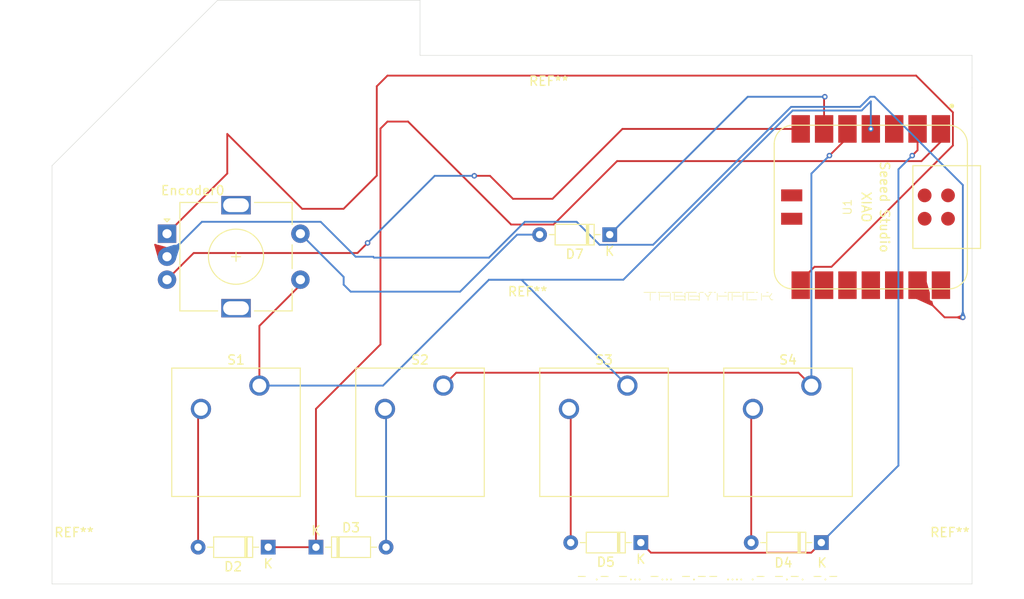
<source format=kicad_pcb>
(kicad_pcb (version 20240108) (generator "pcbnew") (generator_version "8.0")
  (layers (0 "F.Cu" signal) (31 "B.Cu" signal) (34 "B.Paste" user) (35 "F.Paste" user) (36 "B.SilkS" user "B.Silkscreen") (37 "F.SilkS" user "F.Silkscreen") (38 "B.Mask" user) (39 "F.Mask" user) (44 "Edge.Cuts" user))
  (net 0 "")
  (net 1 "R1")
  (net 2 "C0")
  (net 3 "Net-(D2-A)")
  (net 4 "C1")
  (net 5 "C2")
  (net 6 "Net-(D3-A)")
  (net 7 "Net-(D5-A)")
  (net 8 "Net-(D4-A)")
  (net 12 "R0")
  (net 13 "Net-(D7-A)")
  (net 15 "R2")
  (net 23 "CG0")
  (net 24 "A")
  (net 25 "B")
  (footprint "MountingHole:MountingHole_2.1mm" (layer "F.Cu") (at 197.1 149.6)
    (property "Reference" "REF**" (at 0 -3.2 0) (layer "F.SilkS"))
    (property "Value" "MountingHole_2.1mm")
    (pad "" np_thru_hole circle (at 0 0) (size 2.1 2.1) (drill 2.1) (layers "*.Cu" "*.Mask"))
  )
  (footprint "MountingHole:MountingHole_2.1mm" (layer "F.Cu") (at 153.5 100.5)
    (property "Reference" "REF**" (at 0 -3.2 0) (layer "F.SilkS"))
    (property "Value" "MountingHole_2.1mm")
    (pad "" np_thru_hole circle (at 0 0) (size 2.1 2.1) (drill 2.1) (layers "*.Cu" "*.Mask"))
  )
  (footprint "Rotary_Encoder:RotaryEncoder_Alps_EC11E-Switch_Vertical_H20mm" (layer "F.Cu") (at 112 113.9)
    (property "Reference" "Encoder0" (at 2.8 -4.7 0) (layer "F.SilkS"))
    (property "Value" "RotaryEncoder_Switch")
    (fp_line (start -0.3 -1.6) (end 0.3 -1.6) (stroke (width 0.12)) (layer "F.SilkS"))
    (fp_line (start 0 -1.3) (end -0.3 -1.6) (stroke (width 0.12)) (layer "F.SilkS"))
    (fp_line (start 0.3 -1.6) (end 0 -1.3) (stroke (width 0.12)) (layer "F.SilkS"))
    (fp_line (start 1.4 -3.4) (end 1.4 8.4) (stroke (width 0.12)) (layer "F.SilkS"))
    (fp_line (start 5.5 -3.4) (end 1.4 -3.4) (stroke (width 0.12)) (layer "F.SilkS"))
    (fp_line (start 5.5 8.4) (end 1.4 8.4) (stroke (width 0.12)) (layer "F.SilkS"))
    (fp_line (start 7 2.5) (end 8 2.5) (stroke (width 0.12)) (layer "F.SilkS"))
    (fp_line (start 7.5 2) (end 7.5 3) (stroke (width 0.12)) (layer "F.SilkS"))
    (fp_line (start 9.5 -3.4) (end 13.6 -3.4) (stroke (width 0.12)) (layer "F.SilkS"))
    (fp_line (start 13.6 -3.4) (end 13.6 -1) (stroke (width 0.12)) (layer "F.SilkS"))
    (fp_line (start 13.6 1.2) (end 13.6 3.8) (stroke (width 0.12)) (layer "F.SilkS"))
    (fp_line (start 13.6 6) (end 13.6 8.4) (stroke (width 0.12)) (layer "F.SilkS"))
    (fp_line (start 13.6 8.4) (end 9.5 8.4) (stroke (width 0.12)) (layer "F.SilkS"))
    (fp_circle (center 7.5 2.5) (end 10.5 2.5) (stroke (width 0.12)) (fill none) (layer "F.SilkS"))
    (pad "A" thru_hole rect (at 0 0) (size 2 2) (drill 1) (layers "*.Cu" "*.Mask") (net 24 "A"))
    (pad "B" thru_hole circle (at 0 5) (size 2 2) (drill 1) (layers "*.Cu" "*.Mask") (net 25 "B"))
    (pad "C" thru_hole circle (at 0 2.5) (size 2 2) (drill 1) (layers "*.Cu" "*.Mask") (net 23 "CG0"))
    (pad "MP" thru_hole rect (at 7.5 -3.1) (size 3.2 2) (drill oval 2.8 1.5) (layers "*.Cu" "*.Mask"))
    (pad "MP" thru_hole rect (at 7.5 8.1) (size 3.2 2) (drill oval 2.8 1.5) (layers "*.Cu" "*.Mask"))
    (pad "S1" thru_hole circle (at 14.5 5) (size 2 2) (drill 1) (layers "*.Cu" "*.Mask") (net 4 "C1"))
    (pad "S2" thru_hole circle (at 14.5 0) (size 2 2) (drill 1) (layers "*.Cu" "*.Mask") (net 13 "Net-(D7-A)"))
  )
  (footprint "Button_Switch_Keyboard:SW_Cherry_MX_1.00u_Plate" (layer "F.Cu") (at 142.04 130.42)
    (property "Reference" "S2" (at -2.54 -2.794 0) (layer "F.SilkS"))
    (property "Value" "SW_Push_45deg")
    (fp_line (start -9.525 -1.905) (end 4.445 -1.905) (stroke (width 0.12)) (layer "F.SilkS"))
    (fp_line (start -9.525 12.065) (end -9.525 -1.905) (stroke (width 0.12)) (layer "F.SilkS"))
    (fp_line (start 4.445 -1.905) (end 4.445 12.065) (stroke (width 0.12)) (layer "F.SilkS"))
    (fp_line (start 4.445 12.065) (end -9.525 12.065) (stroke (width 0.12)) (layer "F.SilkS"))
    (pad "" np_thru_hole circle (at -2.54 5.08) (size 4 4) (drill 4) (layers "*.Cu" "*.Mask"))
    (pad "1" thru_hole circle (at 0 0) (size 2.2 2.2) (drill 1.5) (layers "*.Cu" "*.Mask") (net 5 "C2"))
    (pad "2" thru_hole circle (at -6.35 2.54) (size 2.2 2.2) (drill 1.5) (layers "*.Cu" "*.Mask") (net 6 "Net-(D3-A)"))
  )
  (footprint "Diode_THT:D_DO-35_SOD27_P7.62mm_Horizontal" (layer "F.Cu") (at 123 148 180)
    (property "Reference" "D2" (at 3.81 -2.12 0) (layer "F.SilkS"))
    (property "Value" "D")
    (fp_line (start 6.58 0) (end 5.93 0) (stroke (width 0.12)) (layer "F.SilkS"))
    (fp_line (start 5.93 1.12) (end 5.93 -1.12) (stroke (width 0.12)) (layer "F.SilkS"))
    (fp_line (start 5.93 -1.12) (end 1.69 -1.12) (stroke (width 0.12)) (layer "F.SilkS"))
    (fp_line (start 2.53 -1.12) (end 2.53 1.12) (stroke (width 0.12)) (layer "F.SilkS"))
    (fp_line (start 2.41 -1.12) (end 2.41 1.12) (stroke (width 0.12)) (layer "F.SilkS"))
    (fp_line (start 2.29 -1.12) (end 2.29 1.12) (stroke (width 0.12)) (layer "F.SilkS"))
    (fp_line (start 1.69 1.12) (end 5.93 1.12) (stroke (width 0.12)) (layer "F.SilkS"))
    (fp_line (start 1.69 -1.12) (end 1.69 1.12) (stroke (width 0.12)) (layer "F.SilkS"))
    (fp_line (start 1.04 0) (end 1.69 0) (stroke (width 0.12)) (layer "F.SilkS"))
    (fp_text user "K" (at 0 -1.8 0) (layer "F.SilkS"))
    (pad "1" thru_hole rect (at 0 0 180) (size 1.6 1.6) (drill 0.8) (layers "*.Cu" "*.Mask") (net 12 "R0"))
    (pad "2" thru_hole oval (at 7.62 0 180) (size 1.6 1.6) (drill 0.8) (layers "*.Cu" "*.Mask") (net 3 "Net-(D2-A)"))
  )
  (footprint "Button_Switch_Keyboard:SW_Cherry_MX_1.00u_Plate" (layer "F.Cu") (at 122.04 130.42)
    (property "Reference" "S1" (at -2.54 -2.794 0) (layer "F.SilkS"))
    (property "Value" "SW_Push_45deg")
    (fp_line (start -9.525 -1.905) (end 4.445 -1.905) (stroke (width 0.12)) (layer "F.SilkS"))
    (fp_line (start -9.525 12.065) (end -9.525 -1.905) (stroke (width 0.12)) (layer "F.SilkS"))
    (fp_line (start 4.445 -1.905) (end 4.445 12.065) (stroke (width 0.12)) (layer "F.SilkS"))
    (fp_line (start 4.445 12.065) (end -9.525 12.065) (stroke (width 0.12)) (layer "F.SilkS"))
    (pad "" np_thru_hole circle (at -2.54 5.08) (size 4 4) (drill 4) (layers "*.Cu" "*.Mask"))
    (pad "1" thru_hole circle (at 0 0) (size 2.2 2.2) (drill 1.5) (layers "*.Cu" "*.Mask") (net 4 "C1"))
    (pad "2" thru_hole circle (at -6.35 2.54) (size 2.2 2.2) (drill 1.5) (layers "*.Cu" "*.Mask") (net 3 "Net-(D2-A)"))
  )
  (footprint "Diode_THT:D_DO-35_SOD27_P7.62mm_Horizontal" (layer "F.Cu") (at 160.12 114 180)
    (property "Reference" "D7" (at 3.81 -2.12 0) (layer "F.SilkS"))
    (property "Value" "D")
    (fp_line (start 6.58 0) (end 5.93 0) (stroke (width 0.12)) (layer "F.SilkS"))
    (fp_line (start 5.93 1.12) (end 5.93 -1.12) (stroke (width 0.12)) (layer "F.SilkS"))
    (fp_line (start 5.93 -1.12) (end 1.69 -1.12) (stroke (width 0.12)) (layer "F.SilkS"))
    (fp_line (start 2.53 -1.12) (end 2.53 1.12) (stroke (width 0.12)) (layer "F.SilkS"))
    (fp_line (start 2.41 -1.12) (end 2.41 1.12) (stroke (width 0.12)) (layer "F.SilkS"))
    (fp_line (start 2.29 -1.12) (end 2.29 1.12) (stroke (width 0.12)) (layer "F.SilkS"))
    (fp_line (start 1.69 1.12) (end 5.93 1.12) (stroke (width 0.12)) (layer "F.SilkS"))
    (fp_line (start 1.69 -1.12) (end 1.69 1.12) (stroke (width 0.12)) (layer "F.SilkS"))
    (fp_line (start 1.04 0) (end 1.69 0) (stroke (width 0.12)) (layer "F.SilkS"))
    (fp_text user "K" (at 0 -1.8 0) (layer "F.SilkS"))
    (pad "1" thru_hole rect (at 0 0 180) (size 1.6 1.6) (drill 0.8) (layers "*.Cu" "*.Mask") (net 15 "R2"))
    (pad "2" thru_hole oval (at 7.62 0 180) (size 1.6 1.6) (drill 0.8) (layers "*.Cu" "*.Mask") (net 13 "Net-(D7-A)"))
  )
  (footprint "MountingHole:MountingHole_2.1mm" (layer "F.Cu") (at 101.9 149.6)
    (property "Reference" "REF**" (at 0 -3.2 0) (layer "F.SilkS"))
    (property "Value" "MountingHole_2.1mm")
    (pad "" np_thru_hole circle (at 0 0) (size 2.1 2.1) (drill 2.1) (layers "*.Cu" "*.Mask"))
  )
  (footprint "xiao:XIAO-SAMD21-RP2040-14P-2.54-21X17.8MM (Seeeduino XIAO)" (layer "F.Cu") (at 188.5 111 -90)
    (property "Reference" "U1" (at 0 2.54 90) (layer "F.SilkS") (effects (font (size 0.889 0.889) (thickness 0.1016))))
    (property "Value" "SeeeduinoXIAO" (hide yes))
    (fp_line (start -6.9 10.5) (end 6.9 10.5) (stroke (width 0.127)) (layer "F.SilkS"))
    (fp_line (start 8.9 8.5) (end 8.9 -8.5) (stroke (width 0.127)) (layer "F.SilkS"))
    (fp_line (start -4.5 -4.57073) (end -4.5 -11.92403) (stroke (width 0.127)) (layer "F.SilkS"))
    (fp_line (start 4.5 -4.57073) (end -4.5 -4.57073) (stroke (width 0.127)) (layer "F.SilkS"))
    (fp_line (start -8.9 -8.5) (end -8.9 8.5) (stroke (width 0.127)) (layer "F.SilkS"))
    (fp_line (start 6.9 -10.49909) (end -6.9 -10.49909) (stroke (width 0.127)) (layer "F.SilkS"))
    (fp_line (start -4.5 -11.92403) (end 4.5 -11.92403) (stroke (width 0.127)) (layer "F.SilkS"))
    (fp_line (start 4.5 -11.92403) (end 4.5 -4.57073) (stroke (width 0.127)) (layer "F.SilkS"))
    (fp_arc (start -6.9 10.5) (mid -8.301423 9.901423) (end -8.9 8.5) (stroke (width 0.12)) (layer "F.SilkS"))
    (fp_arc (start 8.9 8.5) (mid 8.314214 9.914214) (end 6.9 10.5) (stroke (width 0.12)) (layer "F.SilkS"))
    (fp_arc (start -8.9 -8.5) (mid -8.301491 -9.901491) (end -6.9 -10.5) (stroke (width 0.12)) (layer "F.SilkS"))
    (fp_arc (start 6.9 -10.5) (mid 8.301494 -9.901494) (end 8.9 -8.5) (stroke (width 0.12)) (layer "F.SilkS"))
    (fp_circle (center -11 -8.8) (end -11 -9.054) (fill solid) (layer "F.SilkS"))
    (fp_poly (pts (xy -8.887715 -8.561705) (xy -8.884667 -8.610473) (xy -8.880603 -8.659494)) (stroke (width 0.0254)) (fill none) (layer "F.SilkS"))
    (fp_poly (pts (xy 8.889492 8.521574) (xy 8.887713 8.57085) (xy 8.884665 8.619618) (xy 8.880601 8.668639) (xy 8.875268 8.717407) (xy 8.868664 8.766175) (xy 8.861044 8.81469) (xy 8.852153 8.86295) (xy 8.842248 8.910955)) (stroke (width 0.0254)) (fill none) (layer "F.SilkS"))
    (fp_text user "XIAO" (at 0 0.5 -90) (layer "F.SilkS"))
    (fp_text user "Seeed Studio" (at 0 -1.5 -90) (layer "F.SilkS"))
    (pad "1" smd rect (at -8.5 -7.62 270) (size 3 2) (layers "F.Cu" "F.Paste" "F.Mask") (net 12 "R0"))
    (pad "2" smd rect (at -8.5 -5.08 270) (size 3 2) (layers "F.Cu" "F.Paste" "F.Mask") (net 1 "R1"))
    (pad "3" smd rect (at -8.5 -2.54 270) (size 3 2) (layers "F.Cu" "F.Paste" "F.Mask") (net 2 "C0"))
    (pad "4" smd rect (at -8.5 0 270) (size 3 2) (layers "F.Cu" "F.Paste" "F.Mask") (net 4 "C1"))
    (pad "5" smd rect (at -8.5 2.54 270) (size 3 2) (layers "F.Cu" "F.Paste" "F.Mask") (net 5 "C2"))
    (pad "6" smd rect (at -8.5 5.08 90) (size 3 2) (layers "F.Cu" "F.Paste" "F.Mask") (net 15 "R2"))
    (pad "7" smd rect (at -8.5 7.62 270) (size 3 2) (layers "F.Cu" "F.Paste" "F.Mask") (net 25 "B"))
    (pad "8" smd rect (at 8.5 7.62 270) (size 3 2) (layers "F.Cu" "F.Paste" "F.Mask") (net 24 "A"))
    (pad "9" smd rect (at 8.5 5.08 270) (size 3 2) (layers "F.Cu" "F.Paste" "F.Mask"))
    (pad "10" smd rect (at 8.5 2.54 270) (size 3 2) (layers "F.Cu" "F.Paste" "F.Mask"))
    (pad "11" smd rect (at 8.5 0 270) (size 3 2) (layers "F.Cu" "F.Paste" "F.Mask"))
    (pad "12" smd rect (at 8.5 -2.54 270) (size 3 2) (layers "F.Cu" "F.Paste" "F.Mask"))
    (pad "13" smd rect (at 8.5 -5.08 270) (size 3 2) (layers "F.Cu" "F.Paste" "F.Mask") (net 23 "CG0"))
    (pad "14" smd rect (at 8.5 -7.62 270) (size 3 2) (layers "F.Cu" "F.Paste" "F.Mask"))
    (pad "15" smd circle (at -1.27 -8.39) (size 1.5 1.5) (layers "F.Cu" "F.Paste" "F.Mask"))
    (pad "16" smd circle (at 1.27 -8.39) (size 1.5 1.5) (layers "F.Cu" "F.Paste" "F.Mask"))
    (pad "17" smd circle (at -1.27 -5.85) (size 1.5 1.5) (layers "F.Cu" "F.Paste" "F.Mask"))
    (pad "18" smd circle (at 1.27 -5.85) (size 1.5 1.5) (layers "F.Cu" "F.Paste" "F.Mask"))
    (pad "19" smd rect (at -1.27 8.6) (size 2.3 1.3) (layers "F.Cu" "F.Paste" "F.Mask"))
    (pad "20" smd rect (at 1.27 8.6) (size 2.3 1.3) (layers "F.Cu" "F.Paste" "F.Mask"))
  )
  (footprint "MountingHole:MountingHole_2.1mm" (layer "F.Cu") (at 151.2 123.4)
    (property "Reference" "REF**" (at 0 -3.2 0) (layer "F.SilkS"))
    (property "Value" "MountingHole_2.1mm")
    (pad "" np_thru_hole circle (at 0 0) (size 2.1 2.1) (drill 2.1) (layers "*.Cu" "*.Mask"))
  )
  (footprint "Diode_THT:D_DO-35_SOD27_P7.62mm_Horizontal" (layer "F.Cu") (at 128.19 148)
    (property "Reference" "D3" (at 3.81 -2.12 0) (layer "F.SilkS"))
    (property "Value" "D")
    (fp_line (start 1.04 0) (end 1.69 0) (stroke (width 0.12)) (layer "F.SilkS"))
    (fp_line (start 1.69 -1.12) (end 1.69 1.12) (stroke (width 0.12)) (layer "F.SilkS"))
    (fp_line (start 1.69 1.12) (end 5.93 1.12) (stroke (width 0.12)) (layer "F.SilkS"))
    (fp_line (start 2.29 -1.12) (end 2.29 1.12) (stroke (width 0.12)) (layer "F.SilkS"))
    (fp_line (start 2.41 -1.12) (end 2.41 1.12) (stroke (width 0.12)) (layer "F.SilkS"))
    (fp_line (start 2.53 -1.12) (end 2.53 1.12) (stroke (width 0.12)) (layer "F.SilkS"))
    (fp_line (start 5.93 -1.12) (end 1.69 -1.12) (stroke (width 0.12)) (layer "F.SilkS"))
    (fp_line (start 5.93 1.12) (end 5.93 -1.12) (stroke (width 0.12)) (layer "F.SilkS"))
    (fp_line (start 6.58 0) (end 5.93 0) (stroke (width 0.12)) (layer "F.SilkS"))
    (fp_text user "K" (at 0 -1.8 0) (layer "F.SilkS"))
    (pad "1" thru_hole rect (at 0 0) (size 1.6 1.6) (drill 0.8) (layers "*.Cu" "*.Mask") (net 12 "R0"))
    (pad "2" thru_hole oval (at 7.62 0) (size 1.6 1.6) (drill 0.8) (layers "*.Cu" "*.Mask") (net 6 "Net-(D3-A)"))
  )
  (footprint "Button_Switch_Keyboard:SW_Cherry_MX_1.00u_Plate" (layer "F.Cu") (at 182.04 130.42)
    (property "Reference" "S4" (at -2.54 -2.794 0) (layer "F.SilkS"))
    (property "Value" "SW_Push_45deg")
    (fp_line (start -9.525 -1.905) (end 4.445 -1.905) (stroke (width 0.12)) (layer "F.SilkS"))
    (fp_line (start -9.525 12.065) (end -9.525 -1.905) (stroke (width 0.12)) (layer "F.SilkS"))
    (fp_line (start 4.445 -1.905) (end 4.445 12.065) (stroke (width 0.12)) (layer "F.SilkS"))
    (fp_line (start 4.445 12.065) (end -9.525 12.065) (stroke (width 0.12)) (layer "F.SilkS"))
    (pad "" np_thru_hole circle (at -2.54 5.08) (size 4 4) (drill 4) (layers "*.Cu" "*.Mask"))
    (pad "1" thru_hole circle (at 0 0) (size 2.2 2.2) (drill 1.5) (layers "*.Cu" "*.Mask") (net 5 "C2"))
    (pad "2" thru_hole circle (at -6.35 2.54) (size 2.2 2.2) (drill 1.5) (layers "*.Cu" "*.Mask") (net 8 "Net-(D4-A)"))
  )
  (footprint "Diode_THT:D_DO-35_SOD27_P7.62mm_Horizontal" (layer "F.Cu") (at 183.12 147.5 180)
    (property "Reference" "D4" (at 4.12 -2.2 0) (layer "F.SilkS"))
    (property "Value" "D")
    (fp_line (start 6.58 0) (end 5.93 0) (stroke (width 0.12)) (layer "F.SilkS"))
    (fp_line (start 5.93 1.12) (end 5.93 -1.12) (stroke (width 0.12)) (layer "F.SilkS"))
    (fp_line (start 5.93 -1.12) (end 1.69 -1.12) (stroke (width 0.12)) (layer "F.SilkS"))
    (fp_line (start 2.53 -1.12) (end 2.53 1.12) (stroke (width 0.12)) (layer "F.SilkS"))
    (fp_line (start 2.41 -1.12) (end 2.41 1.12) (stroke (width 0.12)) (layer "F.SilkS"))
    (fp_line (start 2.29 -1.12) (end 2.29 1.12) (stroke (width 0.12)) (layer "F.SilkS"))
    (fp_line (start 1.69 1.12) (end 5.93 1.12) (stroke (width 0.12)) (layer "F.SilkS"))
    (fp_line (start 1.69 -1.12) (end 1.69 1.12) (stroke (width 0.12)) (layer "F.SilkS"))
    (fp_line (start 1.04 0) (end 1.69 0) (stroke (width 0.12)) (layer "F.SilkS"))
    (fp_text user "K" (at -0.08 -2.2 0) (layer "F.SilkS"))
    (pad "1" thru_hole rect (at 0 0 180) (size 1.6 1.6) (drill 0.8) (layers "*.Cu" "*.Mask") (net 1 "R1"))
    (pad "2" thru_hole oval (at 7.62 0 180) (size 1.6 1.6) (drill 0.8) (layers "*.Cu" "*.Mask") (net 8 "Net-(D4-A)"))
  )
  (footprint "Button_Switch_Keyboard:SW_Cherry_MX_1.00u_Plate" (layer "F.Cu") (at 162.04 130.42)
    (property "Reference" "S3" (at -2.54 -2.794 0) (layer "F.SilkS"))
    (property "Value" "SW_Push_45deg")
    (fp_line (start -9.525 -1.905) (end 4.445 -1.905) (stroke (width 0.12)) (layer "F.SilkS"))
    (fp_line (start -9.525 12.065) (end -9.525 -1.905) (stroke (width 0.12)) (layer "F.SilkS"))
    (fp_line (start 4.445 -1.905) (end 4.445 12.065) (stroke (width 0.12)) (layer "F.SilkS"))
    (fp_line (start 4.445 12.065) (end -9.525 12.065) (stroke (width 0.12)) (layer "F.SilkS"))
    (pad "" np_thru_hole circle (at -2.54 5.08) (size 4 4) (drill 4) (layers "*.Cu" "*.Mask"))
    (pad "1" thru_hole circle (at 0 0) (size 2.2 2.2) (drill 1.5) (layers "*.Cu" "*.Mask") (net 4 "C1"))
    (pad "2" thru_hole circle (at -6.35 2.54) (size 2.2 2.2) (drill 1.5) (layers "*.Cu" "*.Mask") (net 7 "Net-(D5-A)"))
  )
  (footprint "Diode_THT:D_DO-35_SOD27_P7.62mm_Horizontal" (layer "F.Cu") (at 163.5 147.5 180)
    (property "Reference" "D5" (at 3.81 -2.12 0) (layer "F.SilkS"))
    (property "Value" "D")
    (fp_line (start 6.58 0) (end 5.93 0) (stroke (width 0.12)) (layer "F.SilkS"))
    (fp_line (start 5.93 1.12) (end 5.93 -1.12) (stroke (width 0.12)) (layer "F.SilkS"))
    (fp_line (start 5.93 -1.12) (end 1.69 -1.12) (stroke (width 0.12)) (layer "F.SilkS"))
    (fp_line (start 2.53 -1.12) (end 2.53 1.12) (stroke (width 0.12)) (layer "F.SilkS"))
    (fp_line (start 2.41 -1.12) (end 2.41 1.12) (stroke (width 0.12)) (layer "F.SilkS"))
    (fp_line (start 2.29 -1.12) (end 2.29 1.12) (stroke (width 0.12)) (layer "F.SilkS"))
    (fp_line (start 1.69 1.12) (end 5.93 1.12) (stroke (width 0.12)) (layer "F.SilkS"))
    (fp_line (start 1.69 -1.12) (end 1.69 1.12) (stroke (width 0.12)) (layer "F.SilkS"))
    (fp_line (start 1.04 0) (end 1.69 0) (stroke (width 0.12)) (layer "F.SilkS"))
    (fp_text user "K" (at 0 -1.8 0) (layer "F.SilkS"))
    (pad "1" thru_hole rect (at 0 0 180) (size 1.6 1.6) (drill 0.8) (layers "*.Cu" "*.Mask") (net 1 "R1"))
    (pad "2" thru_hole oval (at 7.62 0 180) (size 1.6 1.6) (drill 0.8) (layers "*.Cu" "*.Mask") (net 7 "Net-(D5-A)"))
  )
  (gr_line (start 199.5 94.5) (end 199.5 98) (stroke (width 0.05)) (layer "Edge.Cuts"))
  (gr_line (start 199.5 152) (end 99.5 152) (stroke (width 0.05)) (layer "Edge.Cuts"))
  (gr_line (start 139.5 88.5) (end 139.5 94.5) (stroke (width 0.05)) (layer "Edge.Cuts"))
  (gr_line (start 199.5 98) (end 199.5 152) (stroke (width 0.05)) (layer "Edge.Cuts"))
  (gr_line (start 117.5 88.5) (end 139.5 88.5) (stroke (width 0.05)) (layer "Edge.Cuts"))
  (gr_line (start 139.5 94.5) (end 199.5 94.5) (stroke (width 0.05)) (layer "Edge.Cuts"))
  (gr_line (start 99.5 152) (end 99.5 106.5) (stroke (width 0.05)) (layer "Edge.Cuts"))
  (gr_line (start 99.5 106.5) (end 117.5 88.5) (stroke (width 0.05)) (layer "Edge.Cuts"))
  (gr_text "\n\n _______ _______ ______  ______  __   __ _     _ _______ _______ _     _\n    |    |_____| |_____] |_____]   \\_/   |_____| |_____| |       |____/ \n    |    |     | |_____] |_____]    |    |     | |     | |_____  |    \\_\n\n" (at 163.6 121.5 0) (layer "F.SilkS") (effects (font (size 0.25 0.25) (thickness 0.0625) (bold yes)) (justify left bottom)))
  (gr_text "\n\n- .- -... -... -.-- .... .- -.-. -.- \n\n" (at 156.4 153.3 0) (layer "F.SilkS") (effects (font (size 1 1) (thickness 0.1)) (justify left bottom)))
  (segment (start 164.6 148.6) (end 163.5 147.5) (width 0.2) (layer "F.Cu") (net 1))
  (segment (start 193.58 104.82) (end 193.58 102.5) (width 0.2) (layer "F.Cu") (net 1))
  (segment (start 193 105.4) (end 193.58 104.82) (width 0.2) (layer "F.Cu") (net 1))
  (segment (start 182.02 148.6) (end 164.6 148.6) (width 0.2) (layer "F.Cu") (net 1))
  (segment (start 183.12 147.5) (end 182.02 148.6) (width 0.2) (layer "F.Cu") (net 1))
  (via (at 193 105.4) (size 0.6) (drill 0.3) (layers "F.Cu" "B.Cu") (net 1))
  (segment (start 183.12 147.5) (end 191.5 139.12) (width 0.2) (layer "B.Cu") (net 1))
  (segment (start 191.5 139.12) (end 191.5 106.9) (width 0.2) (layer "B.Cu") (net 1))
  (segment (start 191.5 106.9) (end 193 105.4) (width 0.2) (layer "B.Cu") (net 1))
  (segment (start 115.38 148) (end 115.38 133.27) (width 0.2) (layer "F.Cu") (net 3))
  (segment (start 115.38 133.27) (end 115.69 132.96) (width 0.2) (layer "F.Cu") (net 3))
  (segment (start 122.04 130.42) (end 122.04 123.925686) (width 0.2) (layer "F.Cu") (net 4))
  (segment (start 122.04 123.925686) (end 126.782843 119.182843) (width 0.2) (layer "F.Cu") (net 4))
  (via (at 188.5 102.5) (size 0.6) (drill 0.3) (layers "F.Cu" "B.Cu") (net 4))
  (segment (start 122.04 130.42) (end 135.48 130.42) (width 0.2) (layer "B.Cu") (net 4))
  (segment (start 161.6 118.9) (end 180 100.5) (width 0.2) (layer "B.Cu") (net 4))
  (segment (start 187.5 100.5) (end 188.5 99.5) (width 0.2) (layer "B.Cu") (net 4))
  (segment (start 147 118.9) (end 161.6 118.9) (width 0.2) (layer "B.Cu") (net 4))
  (segment (start 147 118.9) (end 150.52 118.9) (width 0.2) (layer "B.Cu") (net 4))
  (segment (start 180 100.5) (end 187.5 100.5) (width 0.2) (layer "B.Cu") (net 4))
  (segment (start 150.52 118.9) (end 162.04 130.42) (width 0.2) (layer "B.Cu") (net 4))
  (segment (start 188.5 99.5) (end 188.5 102.5) (width 0.2) (layer "B.Cu") (net 4))
  (segment (start 135.48 130.42) (end 147 118.9) (width 0.2) (layer "B.Cu") (net 4))
  (segment (start 142.04 130.42) (end 143.44 129.02) (width 0.2) (layer "F.Cu") (net 5))
  (segment (start 185.96 102.5) (end 185.96 103.44) (width 0.2) (layer "F.Cu") (net 5))
  (segment (start 180.64 129.02) (end 182.04 130.42) (width 0.2) (layer "F.Cu") (net 5))
  (segment (start 185.96 103.44) (end 184 105.4) (width 0.2) (layer "F.Cu") (net 5))
  (segment (start 143.44 129.02) (end 180.64 129.02) (width 0.2) (layer "F.Cu") (net 5))
  (via (at 184 105.4) (size 0.6) (drill 0.3) (layers "F.Cu" "B.Cu") (net 5))
  (segment (start 182.04 107.36) (end 182.04 130.42) (width 0.2) (layer "B.Cu") (net 5))
  (segment (start 184 105.4) (end 182.04 107.36) (width 0.2) (layer "B.Cu") (net 5))
  (segment (start 135.81 148) (end 135.81 133.08) (width 0.2) (layer "B.Cu") (net 6))
  (segment (start 135.81 133.08) (end 135.69 132.96) (width 0.2) (layer "B.Cu") (net 6))
  (segment (start 155.88 147.5) (end 155.88 133.15) (width 0.2) (layer "F.Cu") (net 7))
  (segment (start 155.88 133.15) (end 155.69 132.96) (width 0.2) (layer "F.Cu") (net 7))
  (segment (start 175.5 133.15) (end 175.69 132.96) (width 0.2) (layer "F.Cu") (net 8))
  (segment (start 175.5 147.5) (end 175.5 133.15) (width 0.2) (layer "F.Cu") (net 8))
  (segment (start 196.12 103.88) (end 196.12 102.5) (width 0.2) (layer "F.Cu") (net 12))
  (segment (start 128.19 148) (end 128.19 132.955686) (width 0.2) (layer "F.Cu") (net 12))
  (segment (start 135.2 125.945686) (end 135.2 102.461522) (width 0.2) (layer "F.Cu") (net 12))
  (segment (start 154.02 112.9) (end 160.92 106) (width 0.2) (layer "F.Cu") (net 12))
  (segment (start 135.961522 101.7) (end 138.2 101.7) (width 0.2) (layer "F.Cu") (net 12))
  (segment (start 135.2 102.461522) (end 135.961522 101.7) (width 0.2) (layer "F.Cu") (net 12))
  (segment (start 149.4 112.9) (end 154.02 112.9) (width 0.2) (layer "F.Cu") (net 12))
  (segment (start 128.19 148) (end 123 148) (width 0.2) (layer "F.Cu") (net 12))
  (segment (start 194 106) (end 196.12 103.88) (width 0.2) (layer "F.Cu") (net 12))
  (segment (start 160.92 106) (end 194 106) (width 0.2) (layer "F.Cu") (net 12))
  (segment (start 128.19 132.955686) (end 135.2 125.945686) (width 0.2) (layer "F.Cu") (net 12))
  (segment (start 138.2 101.7) (end 149.4 112.9) (width 0.2) (layer "F.Cu") (net 12))
  (segment (start 143.861522 120.2) (end 131.961522 120.2) (width 0.2) (layer "B.Cu") (net 13))
  (segment (start 150.061522 114) (end 143.861522 120.2) (width 0.2) (layer "B.Cu") (net 13))
  (segment (start 131.2 119.438478) (end 131.2 118.6) (width 0.2) (layer "B.Cu") (net 13))
  (segment (start 131.961522 120.2) (end 131.2 119.438478) (width 0.2) (layer "B.Cu") (net 13))
  (segment (start 131.2 118.6) (end 126.5 113.9) (width 0.2) (layer "B.Cu") (net 13))
  (segment (start 152.5 114) (end 150.061522 114) (width 0.2) (layer "B.Cu") (net 13))
  (segment (start 183.5 99) (end 183.42 99.08) (width 0.2) (layer "F.Cu") (net 15))
  (segment (start 183.42 99.08) (end 183.42 102.5) (width 0.2) (layer "F.Cu") (net 15))
  (via (at 183.5 99) (size 0.6) (drill 0.3) (layers "F.Cu" "B.Cu") (net 15))
  (segment (start 175.12 99) (end 183.5 99) (width 0.2) (layer "B.Cu") (net 15))
  (segment (start 160.12 114) (end 175.12 99) (width 0.2) (layer "B.Cu") (net 15))
  (segment (start 198.5 123) (end 196.52 123) (width 0.2) (layer "F.Cu") (net 23))
  (segment (start 110.7 115.1) (end 112 116.4) (width 0.2) (layer "F.Cu") (net 23))
  (segment (start 196.52 123) (end 193.58 120.06) (width 0.2) (layer "F.Cu") (net 23))
  (segment (start 193.58 120.06) (end 193.58 119.5) (width 0.2) (layer "F.Cu") (net 23))
  (via (at 198.5 123) (size 0.6) (drill 0.3) (layers "F.Cu" "B.Cu") (net 23))
  (segment (start 112 116.4) (end 115.8 112.6) (width 0.2) (layer "B.Cu") (net 23))
  (segment (start 164.834314 115.1) (end 179.834314 100.1) (width 0.2) (layer "B.Cu") (net 23))
  (segment (start 150.895836 112.6) (end 156.52 112.6) (width 0.2) (layer "B.Cu") (net 23))
  (segment (start 179.834314 100.1) (end 187.334314 100.1) (width 0.2) (layer "B.Cu") (net 23))
  (segment (start 134.4 116.4) (end 132.5 116.4) (width 0.2) (layer "B.Cu") (net 23))
  (segment (start 156.52 112.6) (end 159.02 115.1) (width 0.2) (layer "B.Cu") (net 23))
  (segment (start 112 116.4) (end 113.3 115.1) (width 0.2) (layer "B.Cu") (net 23))
  (segment (start 188.9 99) (end 198.5 108.6) (width 0.2) (layer "B.Cu") (net 23))
  (segment (start 128.7 112.6) (end 132.5 116.4) (width 0.2) (layer "B.Cu") (net 23))
  (segment (start 146.995836 116.5) (end 150.895836 112.6) (width 0.2) (layer "B.Cu") (net 23))
  (segment (start 134.5 116.5) (end 146.995836 116.5) (width 0.2) (layer "B.Cu") (net 23))
  (segment (start 198.5 108.6) (end 198.5 123) (width 0.2) (layer "B.Cu") (net 23))
  (segment (start 159.02 115.1) (end 164.834314 115.1) (width 0.2) (layer "B.Cu") (net 23))
  (segment (start 134.5 116.5) (end 134.4 116.4) (width 0.2) (layer "B.Cu") (net 23))
  (segment (start 115.8 112.6) (end 128.7 112.6) (width 0.2) (layer "B.Cu") (net 23))
  (segment (start 187.334314 100.1) (end 188.434314 99) (width 0.2) (layer "B.Cu") (net 23))
  (segment (start 188.434314 99) (end 188.9 99) (width 0.2) (layer "B.Cu") (net 23))
  (segment (start 180.88 119) (end 180.88 119.5) (width 0.2) (layer "F.Cu") (net 24))
  (segment (start 197.42 100.7) (end 197.42 104.3) (width 0.2) (layer "F.Cu") (net 24))
  (segment (start 126.69 111.19) (end 131.19 111.19) (width 0.2) (layer "F.Cu") (net 24))
  (segment (start 134.8 107.58) (end 134.8 97.861522) (width 0.2) (layer "F.Cu") (net 24))
  (segment (start 184.22 117.5) (end 182.38 117.5) (width 0.2) (layer "F.Cu") (net 24))
  (segment (start 131.19 111.19) (end 134.8 107.58) (width 0.2) (layer "F.Cu") (net 24))
  (segment (start 118.55 107.35) (end 118.55 103.05) (width 0.2) (layer "F.Cu") (net 24))
  (segment (start 193.42 96.7) (end 197.42 100.7) (width 0.2) (layer "F.Cu") (net 24))
  (segment (start 126.69 111.19) (end 118.55 103.05) (width 0.2) (layer "F.Cu") (net 24))
  (segment (start 182.38 117.5) (end 180.88 119) (width 0.2) (layer "F.Cu") (net 24))
  (segment (start 112 113.9) (end 118.55 107.35) (width 0.2) (layer "F.Cu") (net 24))
  (segment (start 197.42 104.3) (end 184.22 117.5) (width 0.2) (layer "F.Cu") (net 24))
  (segment (start 135.961522 96.7) (end 193.42 96.7) (width 0.2) (layer "F.Cu") (net 24))
  (segment (start 134.8 97.861522) (end 135.961522 96.7) (width 0.2) (layer "F.Cu") (net 24))
  (segment (start 161.5 102.5) (end 180.88 102.5) (width 0.2) (layer "F.Cu") (net 25))
  (segment (start 114.9 116) (end 132.7 116) (width 0.2) (layer "F.Cu") (net 25))
  (segment (start 145.4 107.6) (end 147.1 107.6) (width 0.2) (layer "F.Cu") (net 25))
  (segment (start 132.7 116) (end 133.8 114.9) (width 0.2) (layer "F.Cu") (net 25))
  (segment (start 149.6 110.1) (end 153.9 110.1) (width 0.2) (layer "F.Cu") (net 25))
  (segment (start 153.9 110.1) (end 161.5 102.5) (width 0.2) (layer "F.Cu") (net 25))
  (segment (start 147.1 107.6) (end 149.6 110.1) (width 0.2) (layer "F.Cu") (net 25))
  (segment (start 112 118.9) (end 114.9 116) (width 0.2) (layer "F.Cu") (net 25))
  (via (at 133.8 114.9) (size 0.6) (drill 0.3) (layers "F.Cu" "B.Cu") (net 25))
  (via (at 145.4 107.6) (size 0.6) (drill 0.3) (layers "F.Cu" "B.Cu") (net 25))
  (segment (start 141.1 107.6) (end 145.4 107.6) (width 0.2) (layer "B.Cu") (net 25))
  (segment (start 133.8 114.9) (end 141.1 107.6) (width 0.2) (layer "B.Cu") (net 25))
)
</source>
